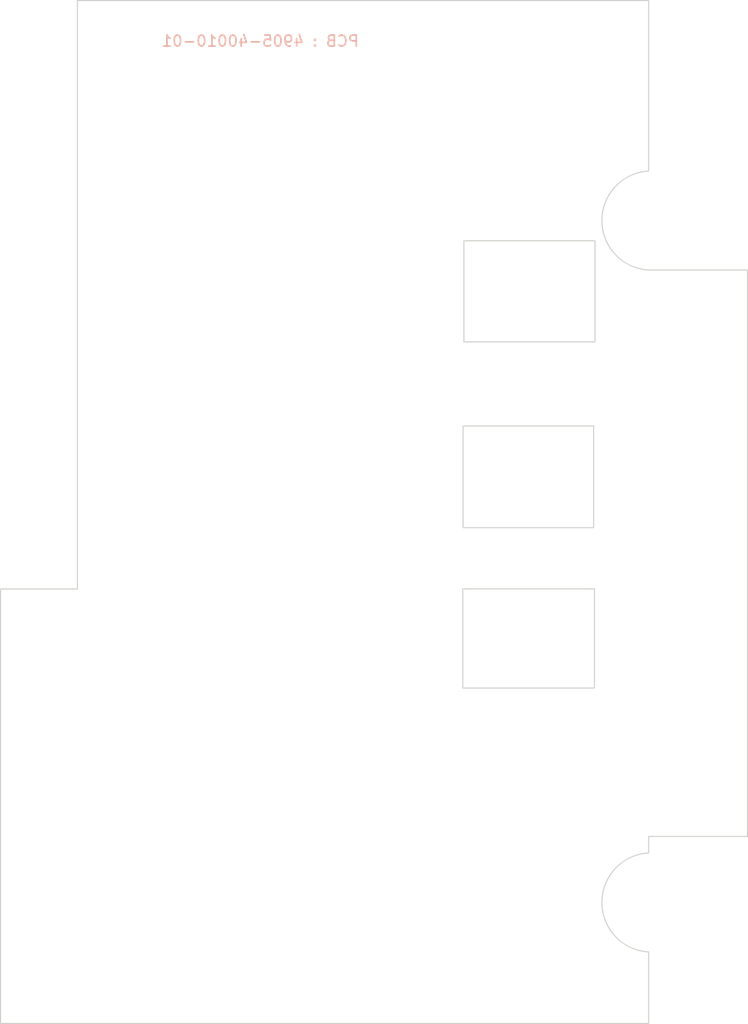
<source format=kicad_pcb>
(kicad_pcb (version 20211014) (generator pcbnew)
  (layers (0 "F.Cu" signal) (31 "B.Cu" signal) (34 "B.Paste" user) (35 "F.Paste" user) (36 "B.SilkS" user "B.Silkscreen") (37 "F.SilkS" user "F.Silkscreen") (38 "B.Mask" user) (39 "F.Mask" user) (44 "Edge.Cuts" user))
  (net 0 "")
  (footprint "MountingHole:MountingHole_3.2mm_M3" (layer "F.Cu") (at 53.7144 90.0918)
    (fp_text reference "H12" hide)
    (fp_text value "MountingHole" hide)
    (pad "" np_thru_hole circle (at 0 0) (size 2.6 2.6) (drill 2.6) (layers F&B.Cu *.Mask))
  )
  (footprint "MountingHole:MountingHole_3.2mm_M3" (layer "F.Cu") (at 48.1746 10.0032)
    (fp_text reference "H8" hide)
    (fp_text value "MountingHole" hide)
    (pad "" np_thru_hole circle (at 0.1804 -0.0992) (size 2.6 2.6) (drill 2.6) (layers F&B.Cu *.Mask))
  )
  (footprint "MountingHole:MountingHole_3.2mm_M3" (layer "F.Cu") (at 4.032 57.4782)
    (fp_text reference "H10" hide)
    (fp_text value "MountingHole" hide)
    (pad "" np_thru_hole circle (at 0 0) (size 2.6 2.6) (drill 2.6) (layers F&B.Cu *.Mask))
  )
  (gr_line (start 59 93) (end 0 93) (layer "Edge.Cuts") (width 0.1))
  (gr_rect (start 42.0812 53.4904) (end 54.07 62.5074) (layer "Edge.Cuts") (width 0.1) (fill none))
  (gr_rect (start 42.1828 21.842) (end 54.1208 31.0368) (layer "Edge.Cuts") (width 0.1) (fill none))
  (gr_line (start 59 0) (end 24 0) (layer "Edge.Cuts") (width 0.1))
  (gr_line (start 7 0) (end 24 0) (layer "Edge.Cuts") (width 0.1))
  (gr_line (start 59 24.5) (end 68 24.5) (layer "Edge.Cuts") (width 0.1))
  (gr_line (start 68 24.5) (end 68 76) (layer "Edge.Cuts") (width 0.1))
  (gr_rect (start 42.1066 38.6822) (end 53.9938 47.9278) (layer "Edge.Cuts") (width 0.1) (fill none))
  (gr_line (start 0 93) (end 0 53.5) (layer "Edge.Cuts") (width 0.1))
  (gr_line (start 59 86.5) (end 59 93) (layer "Edge.Cuts") (width 0.1))
  (gr_line (start 7 53.5) (end 7 0) (layer "Edge.Cuts") (width 0.1))
  (gr_line (start 0 53.5) (end 7 53.5) (layer "Edge.Cuts") (width 0.1))
  (gr_arc (start 59 24.5) (mid 54.74828 20) (end 59 15.5) (layer "Edge.Cuts") (width 0.1))
  (gr_arc (start 59 86.5) (mid 54.74828 82) (end 59 77.5) (layer "Edge.Cuts") (width 0.1))
  (gr_line (start 59 0) (end 59 15.5) (layer "Edge.Cuts") (width 0.1))
  (gr_line (start 59 76) (end 68 76) (layer "Edge.Cuts") (width 0.1))
  (gr_line (start 59 76) (end 59 77.5) (layer "Edge.Cuts") (width 0.1))
  (gr_text "PCB : 4905-40010-01" (at 23.6474 3.683) (layer "B.SilkS") (effects (font (size 1 1)) (justify mirror)))
)
</source>
